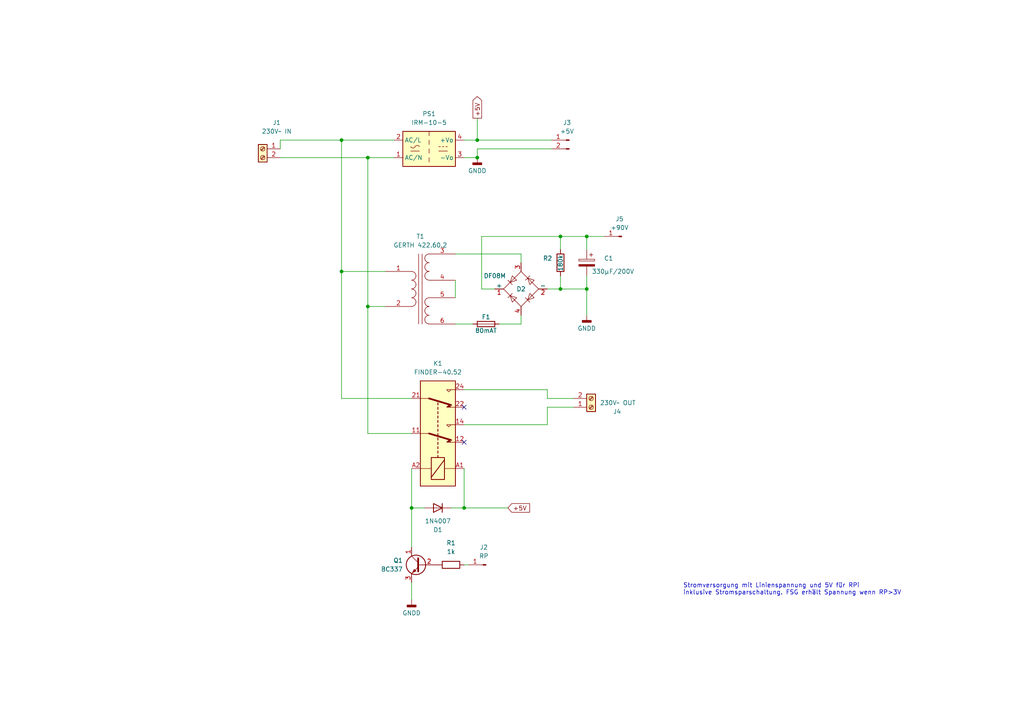
<source format=kicad_sch>
(kicad_sch (version 20231120) (generator "eeschema") (generator_version "8.0")
  (paper "A4")
  (lib_symbols
    (symbol "Connector:Conn_01x01_Pin" (pin_names (offset 1.016) hide)
      (property "Reference" "J" (at 0 2.54 0))
      (property "Value" "Conn_01x01_Pin" (at 0 -2.54 0))
      (symbol "Conn_01x01_Pin_1_1"
        (polyline (pts (xy 1.27 0) (xy 0.8636 0)) (stroke (width 0.1524)))
        (rectangle (start 0.8636 0.127) (end 0 -0.127) (stroke (width 0.1524)) (fill (type outline)))
        (pin passive line (at 5.08 0 180) (length 3.81) (name "Pin_1") (number "1"))
      )
    )
    (symbol "Connector:Conn_01x02_Pin" (pin_names (offset 1.016) hide)
      (property "Reference" "J" (at 0 2.54 0))
      (property "Value" "Conn_01x02_Pin" (at 0 -5.08 0))
      (symbol "Conn_01x02_Pin_1_1"
        (polyline (pts (xy 1.27 -2.54) (xy 0.8636 -2.54)) (stroke (width 0.1524)))
        (polyline (pts (xy 1.27 0) (xy 0.8636 0)) (stroke (width 0.1524)))
        (rectangle (start 0.8636 -2.413) (end 0 -2.667) (stroke (width 0.1524)) (fill (type outline)))
        (rectangle (start 0.8636 0.127) (end 0 -0.127) (stroke (width 0.1524)) (fill (type outline)))
        (pin passive line (at 5.08 0 180) (length 3.81) (name "Pin_1") (number "1"))
        (pin passive line (at 5.08 -2.54 180) (length 3.81) (name "Pin_2") (number "2"))
      )
    )
    (symbol "Connector:Screw_Terminal_01x02" (pin_names (offset 1.016) hide)
      (property "Reference" "J" (at 0 2.54 0))
      (property "Value" "Screw_Terminal_01x02" (at 0 -5.08 0))
      (symbol "Screw_Terminal_01x02_1_1"
        (rectangle (start -1.27 1.27) (end 1.27 -3.81) (stroke (width 0.254)) (fill (type background)))
        (circle (center 0 -2.54) (radius 0.635) (stroke (width 0.1524)))
        (polyline (pts (xy -0.5334 -2.2098) (xy 0.3302 -3.048)) (stroke (width 0.1524)))
        (polyline (pts (xy -0.5334 0.3302) (xy 0.3302 -0.508)) (stroke (width 0.1524)))
        (polyline (pts (xy -0.3556 -2.032) (xy 0.508 -2.8702)) (stroke (width 0.1524)))
        (polyline (pts (xy -0.3556 0.508) (xy 0.508 -0.3302)) (stroke (width 0.1524)))
        (circle (center 0 0) (radius 0.635) (stroke (width 0.1524)))
        (pin passive line (at -5.08 0 0) (length 3.81) (name "Pin_1") (number "1"))
        (pin passive line (at -5.08 -2.54 0) (length 3.81) (name "Pin_2") (number "2"))
      )
    )
    (symbol "Converter_ACDC:IRM-10-5"
      (property "Reference" "PS" (at 0 6.35 0))
      (property "Value" "IRM-10-5" (at 0 -6.35 0))
      (symbol "IRM-10-5_0_1"
        (rectangle (start -7.62 5.08) (end 7.62 -5.08) (stroke (width 0.254)) (fill (type background)))
        (arc (start -5.334 0.635) (mid -4.699 0.2495) (end -4.064 0.635))
        (arc (start -2.794 0.635) (mid -3.429 1.0072) (end -4.064 0.635))
        (polyline (pts (xy -5.334 -0.635) (xy -2.794 -0.635)))
        (polyline (pts (xy 0 -2.54) (xy 0 -3.81)))
        (polyline (pts (xy 0 0) (xy 0 -1.27)))
        (polyline (pts (xy 0 2.54) (xy 0 1.27)))
        (polyline (pts (xy 0 5.08) (xy 0 3.81)))
        (polyline (pts (xy 2.794 -0.635) (xy 5.334 -0.635)))
        (polyline (pts (xy 2.794 0.635) (xy 3.302 0.635)))
        (polyline (pts (xy 3.81 0.635) (xy 4.318 0.635)))
        (polyline (pts (xy 4.826 0.635) (xy 5.334 0.635)))
      )
      (symbol "IRM-10-5_1_1"
        (pin power_in line (at -10.16 -2.54 0) (length 2.54) (name "AC/N") (number "1"))
        (pin power_in line (at -10.16 2.54 0) (length 2.54) (name "AC/L") (number "2"))
        (pin power_out line (at 10.16 -2.54 180) (length 2.54) (name "-Vo") (number "3"))
        (pin power_out line (at 10.16 2.54 180) (length 2.54) (name "+Vo") (number "4"))
      )
    )
    (symbol "Device:C_Polarized" (pin_numbers hide) (pin_names (offset 0.254))
      (property "Reference" "C" (at 0.635 2.54 0))
      (property "Value" "C_Polarized" (at 0.635 -2.54 0))
      (symbol "C_Polarized_0_1"
        (rectangle (start -2.286 0.508) (end 2.286 1.016))
        (polyline (pts (xy -1.778 2.286) (xy -0.762 2.286)))
        (polyline (pts (xy -1.27 2.794) (xy -1.27 1.778)))
        (rectangle (start 2.286 -0.508) (end -2.286 -1.016) (fill (type outline)))
      )
      (symbol "C_Polarized_1_1"
        (pin passive line (at 0 3.81 270) (length 2.794) (name "~") (number "1"))
        (pin passive line (at 0 -3.81 90) (length 2.794) (name "~") (number "2"))
      )
    )
    (symbol "Device:Fuse" (pin_numbers hide) (pin_names (offset 0))
      (property "Reference" "F" (at 2.032 0 90))
      (property "Value" "Fuse" (at -1.905 0 90))
      (symbol "Fuse_0_1"
        (rectangle (start -0.762 -2.54) (end 0.762 2.54) (stroke (width 0.254)))
        (polyline (pts (xy 0 2.54) (xy 0 -2.54)))
      )
      (symbol "Fuse_1_1"
        (pin passive line (at 0 3.81 270) (length 1.27) (name "~") (number "1"))
        (pin passive line (at 0 -3.81 90) (length 1.27) (name "~") (number "2"))
      )
    )
    (symbol "Device:R" (pin_numbers hide) (pin_names (offset 0))
      (property "Reference" "R" (at 2.032 0 90))
      (property "Value" "R" (at 0 0 90))
      (symbol "R_0_1"
        (rectangle (start -1.016 -2.54) (end 1.016 2.54) (stroke (width 0.254)))
      )
      (symbol "R_1_1"
        (pin passive line (at 0 3.81 270) (length 1.27) (name "~") (number "1"))
        (pin passive line (at 0 -3.81 90) (length 1.27) (name "~") (number "2"))
      )
    )
    (symbol "Device:Transformer_1P_2S" (pin_names (offset 1.016) hide)
      (property "Reference" "T" (at 0 12.7 0))
      (property "Value" "Transformer_1P_2S" (at 0 -12.7 0))
      (symbol "Transformer_1P_2S_0_1"
        (arc (start -2.54 -5.0546) (mid -1.6599 -4.6901) (end -1.27 -3.81))
        (arc (start -2.54 -2.5146) (mid -1.6599 -2.1501) (end -1.27 -1.27))
        (arc (start -2.54 0.0254) (mid -1.6599 0.3899) (end -1.27 1.27))
        (arc (start -2.54 2.5654) (mid -1.6599 2.9299) (end -1.27 3.81))
        (arc (start -1.27 -3.81) (mid -1.642 -2.912) (end -2.54 -2.54))
        (arc (start -1.27 -1.27) (mid -1.642 -0.372) (end -2.54 0))
        (arc (start -1.27 1.27) (mid -1.642 2.168) (end -2.54 2.54))
        (arc (start -1.27 3.81) (mid -1.642 4.708) (end -2.54 5.08))
        (polyline (pts (xy -0.508 -10.16) (xy -0.508 10.16)))
        (polyline (pts (xy 0.508 10.16) (xy 0.508 -10.16)))
        (arc (start 1.2954 -8.89) (mid 1.6599 -9.7701) (end 2.54 -10.1346))
        (arc (start 1.2954 -6.35) (mid 1.6599 -7.2301) (end 2.54 -7.5946))
        (arc (start 1.2954 -3.81) (mid 1.6599 -4.6901) (end 2.54 -5.0546))
        (arc (start 1.2954 3.81) (mid 1.6599 2.9299) (end 2.54 2.5654))
        (arc (start 1.2954 6.35) (mid 1.6599 5.4699) (end 2.54 5.1054))
        (arc (start 1.2954 8.89) (mid 1.6599 8.0099) (end 2.54 7.6454))
        (arc (start 2.54 -7.62) (mid 1.642 -7.992) (end 1.2954 -8.89))
        (arc (start 2.54 -5.08) (mid 1.642 -5.452) (end 1.2954 -6.35))
        (arc (start 2.54 -2.54) (mid 1.642 -2.912) (end 1.2954 -3.81))
        (arc (start 2.54 5.08) (mid 1.642 4.708) (end 1.2954 3.81))
        (arc (start 2.54 7.62) (mid 1.642 7.248) (end 1.2954 6.35))
        (arc (start 2.54 10.16) (mid 1.642 9.788) (end 1.2954 8.89))
      )
      (symbol "Transformer_1P_2S_1_1"
        (pin passive line (at -10.16 5.08 0) (length 7.62) (name "AA") (number "1"))
        (pin passive line (at -10.16 -5.08 0) (length 7.62) (name "AB") (number "2"))
        (pin passive line (at 10.16 10.16 180) (length 7.62) (name "SA") (number "3"))
        (pin passive line (at 10.16 2.54 180) (length 7.62) (name "SB") (number "4"))
        (pin passive line (at 10.16 -2.54 180) (length 7.62) (name "SC") (number "5"))
        (pin passive line (at 10.16 -10.16 180) (length 7.62) (name "SD") (number "6"))
      )
    )
    (symbol "Diode:1N4007" (pin_numbers hide) (pin_names hide)
      (property "Reference" "D" (at 0 2.54 0))
      (property "Value" "1N4007" (at 0 -2.54 0))
      (symbol "1N4007_0_1"
        (polyline (pts (xy -1.27 1.27) (xy -1.27 -1.27)) (stroke (width 0.254)))
        (polyline (pts (xy 1.27 0) (xy -1.27 0)))
        (polyline (pts (xy 1.27 1.27) (xy 1.27 -1.27) (xy -1.27 0) (xy 1.27 1.27)) (stroke (width 0.254)))
      )
      (symbol "1N4007_1_1"
        (pin passive line (at -3.81 0 0) (length 2.54) (name "K") (number "1"))
        (pin passive line (at 3.81 0 180) (length 2.54) (name "A") (number "2"))
      )
    )
    (symbol "Diode_Bridge:DF08M" (pin_names (offset 0))
      (property "Reference" "D" (at 2.54 6.985 0))
      (property "Value" "DF08M" (at 2.54 5.08 0))
      (symbol "DF08M_0_1"
        (polyline (pts (xy -2.54 3.81) (xy -1.27 2.54)))
        (polyline (pts (xy -1.27 -2.54) (xy -2.54 -3.81)))
        (polyline (pts (xy 2.54 -1.27) (xy 3.81 -2.54)))
        (polyline (pts (xy 2.54 1.27) (xy 3.81 2.54)))
        (polyline (pts (xy -3.81 2.54) (xy -2.54 1.27) (xy -1.905 3.175) (xy -3.81 2.54)))
        (polyline (pts (xy -2.54 -1.27) (xy -3.81 -2.54) (xy -1.905 -3.175) (xy -2.54 -1.27)))
        (polyline (pts (xy 1.27 2.54) (xy 2.54 3.81) (xy 3.175 1.905) (xy 1.27 2.54)))
        (polyline (pts (xy 3.175 -1.905) (xy 1.27 -2.54) (xy 2.54 -3.81) (xy 3.175 -1.905)))
        (polyline (pts (xy -5.08 0) (xy 0 -5.08) (xy 5.08 0) (xy 0 5.08) (xy -5.08 0)))
      )
      (symbol "DF08M_1_1"
        (pin passive line (at 7.62 0 180) (length 2.54) (name "+") (number "1"))
        (pin passive line (at -7.62 0 0) (length 2.54) (name "-") (number "2"))
        (pin passive line (at 0 -7.62 90) (length 2.54) (name "~") (number "3"))
        (pin passive line (at 0 7.62 270) (length 2.54) (name "~") (number "4"))
      )
    )
    (symbol "Relay:FINDER-40.52"
      (property "Reference" "K" (at 16.51 3.81 0))
      (property "Value" "FINDER-40.52" (at 16.51 1.27 0))
      (symbol "FINDER-40.52_0_1"
        (rectangle (start -15.24 5.08) (end 15.24 -5.08) (stroke (width 0.254)) (fill (type background)))
        (rectangle (start -13.335 1.905) (end -6.985 -1.905) (stroke (width 0.254)))
        (polyline (pts (xy -12.7 -1.905) (xy -7.62 1.905)) (stroke (width 0.254)))
        (polyline (pts (xy -10.16 -5.08) (xy -10.16 -1.905)))
        (polyline (pts (xy -10.16 5.08) (xy -10.16 1.905)))
        (polyline (pts (xy -6.985 0) (xy -6.35 0)) (stroke (width 0.254)))
        (polyline (pts (xy -5.715 0) (xy -5.08 0)) (stroke (width 0.254)))
        (polyline (pts (xy -4.445 0) (xy -3.81 0)) (stroke (width 0.254)))
        (polyline (pts (xy -3.175 0) (xy -2.54 0)) (stroke (width 0.254)))
        (polyline (pts (xy -1.905 0) (xy -1.27 0)) (stroke (width 0.254)))
        (polyline (pts (xy -0.635 0) (xy 0 0)) (stroke (width 0.254)))
        (polyline (pts (xy 0 -2.54) (xy -1.905 3.81)) (stroke (width 0.508)))
        (polyline (pts (xy 0 -2.54) (xy 0 -5.08)))
        (polyline (pts (xy 0.635 0) (xy 1.27 0)) (stroke (width 0.254)))
        (polyline (pts (xy 1.905 0) (xy 2.54 0)) (stroke (width 0.254)))
        (polyline (pts (xy 3.175 0) (xy 3.81 0)) (stroke (width 0.254)))
        (polyline (pts (xy 4.445 0) (xy 5.08 0)) (stroke (width 0.254)))
        (polyline (pts (xy 5.715 0) (xy 6.35 0)) (stroke (width 0.254)))
        (polyline (pts (xy 6.985 0) (xy 7.62 0)) (stroke (width 0.254)))
        (polyline (pts (xy 8.255 0) (xy 8.89 0)) (stroke (width 0.254)))
        (polyline (pts (xy 10.16 -2.54) (xy 8.255 3.81)) (stroke (width 0.508)))
        (polyline (pts (xy 10.16 -2.54) (xy 10.16 -5.08)))
        (polyline (pts (xy -2.54 5.08) (xy -2.54 2.54) (xy -1.905 3.175) (xy -2.54 3.81)) (fill (type outline)))
        (polyline (pts (xy 2.54 5.08) (xy 2.54 2.54) (xy 1.905 3.175) (xy 2.54 3.81)))
        (polyline (pts (xy 7.62 5.08) (xy 7.62 2.54) (xy 8.255 3.175) (xy 7.62 3.81)) (fill (type outline)))
        (polyline (pts (xy 12.7 5.08) (xy 12.7 2.54) (xy 12.065 3.175) (xy 12.7 3.81)))
      )
      (symbol "FINDER-40.52_1_1"
        (pin passive line (at 0 -7.62 90) (length 2.54) (name "~") (number "11"))
        (pin passive line (at -2.54 7.62 270) (length 2.54) (name "~") (number "12"))
        (pin passive line (at 2.54 7.62 270) (length 2.54) (name "~") (number "14"))
        (pin passive line (at 10.16 -7.62 90) (length 2.54) (name "~") (number "21"))
        (pin passive line (at 7.62 7.62 270) (length 2.54) (name "~") (number "22"))
        (pin passive line (at 12.7 7.62 270) (length 2.54) (name "~") (number "24"))
        (pin passive line (at -10.16 7.62 270) (length 2.54) (name "~") (number "A1"))
        (pin passive line (at -10.16 -7.62 90) (length 2.54) (name "~") (number "A2"))
      )
    )
    (symbol "Transistor_BJT:BC337" (pin_names (offset 0) hide)
      (property "Reference" "Q" (at 5.08 1.905 0))
      (property "Value" "BC337" (at 5.08 0 0))
      (symbol "BC337_0_1"
        (polyline (pts (xy 0 0) (xy 0.635 0)))
        (polyline (pts (xy 0.635 0.635) (xy 2.54 2.54)))
        (polyline (pts (xy 0.635 -0.635) (xy 2.54 -2.54) (xy 2.54 -2.54)))
        (polyline (pts (xy 0.635 1.905) (xy 0.635 -1.905) (xy 0.635 -1.905)) (stroke (width 0.508)))
        (polyline (pts (xy 1.27 -1.778) (xy 1.778 -1.27) (xy 2.286 -2.286) (xy 1.27 -1.778) (xy 1.27 -1.778)) (fill (type outline)))
        (circle (center 1.27 0) (radius 2.8194) (stroke (width 0.254)))
      )
      (symbol "BC337_1_1"
        (pin passive line (at 2.54 5.08 270) (length 2.54) (name "C") (number "1"))
        (pin input line (at -5.08 0 0) (length 5.08) (name "B") (number "2"))
        (pin passive line (at 2.54 -5.08 90) (length 2.54) (name "E") (number "3"))
      )
    )
    (symbol "power:GNDD" (power) (pin_numbers hide) (pin_names (offset 0) hide)
      (property "Value" "GNDD" (at 0 -3.175 0))
      (symbol "GNDD_0_1"
        (rectangle (start -1.27 -1.524) (end 1.27 -2.032) (stroke (width 0.254)) (fill (type outline)))
        (polyline (pts (xy 0 0) (xy 0 -1.524)))
      )
      (symbol "GNDD_1_1"
        (pin power_in line (at 0 0 270) (length 0) (name "~") (number "1"))
      )
    )
  )
  (junction (at 106.68 45.72))
  (junction (at 162.56 68.58))
  (junction (at 170.18 83.82))
  (junction (at 99.06 40.64))
  (junction (at 170.18 68.58))
  (junction (at 99.06 78.74))
  (junction (at 138.43 45.72))
  (junction (at 138.43 40.64))
  (junction (at 119.38 147.32))
  (junction (at 162.56 83.82))
  (junction (at 106.68 88.9))
  (junction (at 134.62 147.32))
  (no_connect (at 134.62 128.27))
  (no_connect (at 134.62 118.11))
  (wire (pts (xy 151.13 73.66) (xy 151.13 76.2)))
  (wire (pts (xy 134.62 135.89) (xy 134.62 147.32)))
  (wire (pts (xy 158.75 118.11) (xy 166.37 118.11)))
  (wire (pts (xy 106.68 45.72) (xy 114.3 45.72)))
  (wire (pts (xy 144.78 93.98) (xy 151.13 93.98)))
  (wire (pts (xy 106.68 125.73) (xy 119.38 125.73)))
  (wire (pts (xy 106.68 88.9) (xy 111.76 88.9)))
  (wire (pts (xy 138.43 40.64) (xy 138.43 34.29)))
  (wire (pts (xy 119.38 168.91) (xy 119.38 173.99)))
  (wire (pts (xy 134.62 147.32) (xy 130.81 147.32)))
  (wire (pts (xy 162.56 80.01) (xy 162.56 83.82)))
  (wire (pts (xy 138.43 43.18) (xy 138.43 45.72)))
  (wire (pts (xy 170.18 68.58) (xy 175.26 68.58)))
  (wire (pts (xy 81.28 40.64) (xy 81.28 43.18)))
  (wire (pts (xy 132.08 81.28) (xy 132.08 86.36)))
  (wire (pts (xy 132.08 93.98) (xy 137.16 93.98)))
  (wire (pts (xy 170.18 68.58) (xy 170.18 72.39)))
  (wire (pts (xy 134.62 147.32) (xy 147.32 147.32)))
  (wire (pts (xy 106.68 45.72) (xy 106.68 88.9)))
  (wire (pts (xy 135.89 163.83) (xy 134.62 163.83)))
  (wire (pts (xy 81.28 40.64) (xy 99.06 40.64)))
  (wire (pts (xy 106.68 88.9) (xy 106.68 125.73)))
  (wire (pts (xy 170.18 91.44) (xy 170.18 83.82)))
  (wire (pts (xy 99.06 115.57) (xy 119.38 115.57)))
  (wire (pts (xy 162.56 83.82) (xy 158.75 83.82)))
  (wire (pts (xy 158.75 113.03) (xy 158.75 115.57)))
  (wire (pts (xy 99.06 40.64) (xy 114.3 40.64)))
  (wire (pts (xy 134.62 45.72) (xy 138.43 45.72)))
  (wire (pts (xy 132.08 73.66) (xy 151.13 73.66)))
  (wire (pts (xy 170.18 83.82) (xy 162.56 83.82)))
  (wire (pts (xy 134.62 40.64) (xy 138.43 40.64)))
  (wire (pts (xy 134.62 123.19) (xy 158.75 123.19)))
  (wire (pts (xy 81.28 45.72) (xy 106.68 45.72)))
  (wire (pts (xy 119.38 147.32) (xy 119.38 158.75)))
  (wire (pts (xy 139.7 83.82) (xy 143.51 83.82)))
  (wire (pts (xy 99.06 78.74) (xy 111.76 78.74)))
  (wire (pts (xy 99.06 40.64) (xy 99.06 78.74)))
  (wire (pts (xy 139.7 68.58) (xy 139.7 83.82)))
  (wire (pts (xy 139.7 68.58) (xy 162.56 68.58)))
  (wire (pts (xy 170.18 80.01) (xy 170.18 83.82)))
  (wire (pts (xy 166.37 115.57) (xy 158.75 115.57)))
  (wire (pts (xy 162.56 68.58) (xy 162.56 72.39)))
  (wire (pts (xy 158.75 118.11) (xy 158.75 123.19)))
  (wire (pts (xy 119.38 135.89) (xy 119.38 147.32)))
  (wire (pts (xy 119.38 147.32) (xy 123.19 147.32)))
  (wire (pts (xy 138.43 40.64) (xy 160.02 40.64)))
  (wire (pts (xy 162.56 68.58) (xy 170.18 68.58)))
  (wire (pts (xy 99.06 78.74) (xy 99.06 115.57)))
  (wire (pts (xy 134.62 113.03) (xy 158.75 113.03)))
  (wire (pts (xy 138.43 43.18) (xy 160.02 43.18)))
  (wire (pts (xy 151.13 93.98) (xy 151.13 91.44)))
  (text "Stromversorgung mit Linienspannung und 5V für RPi\ninklusive Stromsparschaltung. FSG erhält Spannung wenn RP>3V" (at 198.12 172.72 0) (effects (font (size 1.27 1.27)) (justify left bottom)))
  (global_label "+5V" (shape output) (at 138.43 34.29 90) (property "Intersheetrefs" "${INTERSHEET_REFS}" (effects (hide yes))))
  (global_label "+5V" (shape input) (at 147.32 147.32 0) (property "Intersheetrefs" "${INTERSHEET_REFS}" (effects (hide yes))))
  (symbol (lib_id "power:GNDD") (at 170.18 91.44 0) (unit 1)
    (property "Reference" "#PWR03" (effects (hide yes)))
    (property "Value" "GNDD" (at 170.18 95.25 0))
    (property "Description" "Power symbol creates a global label with name \"GNDD\" , digital ground" (effects (hide yes)))
  )
  (symbol (lib_id "Device:Transformer_1P_2S") (at 121.92 83.82 0) (unit 1)
    (property "Reference" "T1" (at 121.92 68.58 0))
    (property "Value" "GERTH 422.60.2" (at 121.92 71.12 0))
    (property "Footprint" "Library:Transformer_CHK_EI42-5VA_2xSec_6pin" (effects (hide yes)))
    (property "Description" "Transformer, single primary, dual secondary" (effects (hide yes)))
  )
  (symbol (lib_id "Device:R") (at 162.56 76.2 0) (unit 1)
    (property "Reference" "R2" (at 157.48 74.93 0) (effects (justify left)))
    (property "Value" "180k" (at 162.56 78.74 90) (effects (justify left)))
    (property "Footprint" "Resistor_THT:R_Axial_DIN0207_L6.3mm_D2.5mm_P10.16mm_Horizontal" (effects (hide yes)))
    (property "Description" "Resistor" (effects (hide yes)))
  )
  (symbol (lib_id "Device:C_Polarized") (at 170.18 76.2 0) (mirror y) (unit 1)
    (property "Reference" "C1" (at 176.53 74.93 0))
    (property "Value" "330µF/200V" (at 177.8 78.74 0))
    (property "Footprint" "Capacitor_THT:CP_Radial_D22.0mm_P10.00mm_SnapIn" (effects (hide yes)))
    (property "Description" "Polarized capacitor" (effects (hide yes)))
  )
  (symbol (lib_id "Connector:Conn_01x01_Pin") (at 180.34 68.58 0) (mirror y) (unit 1)
    (property "Reference" "J5" (at 179.705 63.5 0))
    (property "Value" "+90V" (at 179.705 66.04 0))
    (property "Footprint" "Connector_PinHeader_2.54mm:PinHeader_1x01_P2.54mm_Vertical" (effects (hide yes)))
    (property "Description" "Generic connector, single row, 01x01, script generated" (effects (hide yes)))
  )
  (symbol (lib_id "Connector:Screw_Terminal_01x02") (at 76.2 43.18 0) (mirror y) (unit 1)
    (property "Reference" "J1" (at 80.264 35.56 0))
    (property "Value" "230V~ IN" (at 80.264 38.1 0))
    (property "Footprint" "TerminalBlock_RND:TerminalBlock_RND_205-00067_1x02_P7.50mm_Horizontal" (effects (hide yes)))
    (property "Description" "Generic screw terminal, single row, 01x02, script generated (kicad-library-utils/schlib/autogen/connector/)" (effects (hide yes)))
  )
  (symbol (lib_id "Device:Fuse") (at 140.97 93.98 90) (unit 1)
    (property "Reference" "F1" (at 140.97 91.948 90))
    (property "Value" "80mAT" (at 140.97 95.885 90))
    (property "Footprint" "Fuse:Fuseholder_Clip-5x20mm_Eaton_1A5601-01_Inline_P20.80x6.76mm_D1.70mm_Horizontal" (effects (hide yes)))
    (property "Description" "Fuse" (effects (hide yes)))
  )
  (symbol (lib_id "Diode:1N4007") (at 127 147.32 180) (unit 1)
    (property "Reference" "D1" (at 127 153.67 0))
    (property "Value" "1N4007" (at 127 151.13 0))
    (property "Footprint" "Diode_THT:D_DO-41_SOD81_P7.62mm_Horizontal" (effects (hide yes)))
    (property "Datasheet" "http://www.vishay.com/docs/88503/1n4001.pdf" (effects (hide yes)))
    (property "Description" "1000V 1A General Purpose Rectifier Diode, DO-41" (effects (hide yes)))
    (property "Sim.Device" "D" (effects (hide yes)))
    (property "Sim.Pins" "1=K 2=A" (effects (hide yes)))
  )
  (symbol (lib_id "Relay:FINDER-40.52") (at 127 125.73 270) (mirror x) (unit 1)
    (property "Reference" "K1" (at 127 105.41 90))
    (property "Value" "FINDER-40.52" (at 127 107.95 90))
    (property "Footprint" "Relay_THT:Relay_DPDT_Finder_40.52" (effects (hide yes)))
    (property "Datasheet" "http://gfinder.findernet.com/assets/Series/353/S40EN.pdf" (effects (hide yes)))
    (property "Description" "FINDER 40.52, Dual Pole Relay, 5mm Pitch, 10A" (effects (hide yes)))
  )
  (symbol (lib_id "power:GNDD") (at 119.38 173.99 0) (unit 1)
    (property "Reference" "#PWR01" (effects (hide yes)))
    (property "Value" "GNDD" (at 119.38 177.8 0))
    (property "Description" "Power symbol creates a global label with name \"GNDD\" , digital ground" (effects (hide yes)))
  )
  (symbol (lib_id "Converter_ACDC:IRM-10-5") (at 124.46 43.18 0) (unit 1)
    (property "Reference" "PS1" (at 124.46 33.02 0))
    (property "Value" "IRM-10-5" (at 124.46 35.56 0))
    (property "Footprint" "Converter_ACDC:Converter_ACDC_MeanWell_IRM-10-xx_THT" (effects (hide yes)))
    (property "Datasheet" "https://www.meanwell.com/Upload/PDF/IRM-10/IRM-10-SPEC.PDF" (effects (hide yes)))
    (property "Description" "5V, 2A, 10W, Isolated, AC-DC, 222A(IRM10)" (effects (hide yes)))
  )
  (symbol (lib_id "Connector:Conn_01x02_Pin") (at 165.1 40.64 0) (mirror y) (unit 1)
    (property "Reference" "J3" (at 164.465 35.56 0))
    (property "Value" "+5V" (at 164.465 38.1 0))
    (property "Footprint" "Connector_Molex:Molex_KK-254_AE-6410-02A_1x02_P2.54mm_Vertical" (effects (hide yes)))
    (property "Description" "Generic connector, single row, 01x02, script generated" (effects (hide yes)))
  )
  (symbol (lib_id "Device:R") (at 130.81 163.83 270) (mirror x) (unit 1)
    (property "Reference" "R1" (at 130.81 157.48 90))
    (property "Value" "1k" (at 130.81 160.02 90))
    (property "Footprint" "Resistor_THT:R_Axial_DIN0207_L6.3mm_D2.5mm_P10.16mm_Horizontal" (effects (hide yes)))
    (property "Description" "Resistor" (effects (hide yes)))
  )
  (symbol (lib_id "Diode_Bridge:DF08M") (at 151.13 83.82 180) (unit 1)
    (property "Reference" "D2" (at 151.13 83.82 0))
    (property "Value" "DF08M" (at 143.51 80.01 0))
    (property "Footprint" "Diode_THT:Diode_Bridge_DIP-4_W7.62mm_P5.08mm" (effects (hide yes)))
    (property "Datasheet" "http://www.vishay.com/docs/88571/dfm.pdf" (effects (hide yes)))
    (property "Description" "Miniature Glass Passivated Single-Phase Bridge Rectifiers, 560V Vrms, 1.0A If, DIP-4" (effects (hide yes)))
  )
  (symbol (lib_id "Connector:Conn_01x01_Pin") (at 140.97 163.83 0) (mirror y) (unit 1)
    (property "Reference" "J2" (at 140.335 158.75 0))
    (property "Value" "RP" (at 140.335 161.29 0))
    (property "Footprint" "Connector_PinHeader_2.54mm:PinHeader_1x01_P2.54mm_Vertical" (effects (hide yes)))
    (property "Description" "Generic connector, single row, 01x01, script generated" (effects (hide yes)))
  )
  (symbol (lib_id "power:GNDD") (at 138.43 45.72 0) (unit 1)
    (property "Reference" "#PWR02" (effects (hide yes)))
    (property "Value" "GNDD" (at 138.43 49.53 0))
    (property "Description" "Power symbol creates a global label with name \"GNDD\" , digital ground" (effects (hide yes)))
  )
  (symbol (lib_id "Connector:Screw_Terminal_01x02") (at 171.45 118.11 0) (mirror x) (unit 1)
    (property "Reference" "J4" (at 177.8 119.38 0) (effects (justify left)))
    (property "Value" "230V~ OUT" (at 173.99 116.84 0) (effects (justify left)))
    (property "Footprint" "TerminalBlock_RND:TerminalBlock_RND_205-00067_1x02_P7.50mm_Horizontal" (effects (hide yes)))
    (property "Description" "Generic screw terminal, single row, 01x02, script generated (kicad-library-utils/schlib/autogen/connector/)" (effects (hide yes)))
  )
  (symbol (lib_id "Transistor_BJT:BC337") (at 121.92 163.83 0) (mirror y) (unit 1)
    (property "Reference" "Q1" (at 116.84 162.56 0) (effects (justify left)))
    (property "Value" "BC337" (at 116.84 165.1 0) (effects (justify left)))
    (property "Footprint" "Package_TO_SOT_THT:TO-92_Inline_Wide" (effects (hide yes)))
    (property "Datasheet" "https://diotec.com/tl_files/diotec/files/pdf/datasheets/bc337.pdf" (effects (hide yes)))
    (property "Description" "0.8A Ic, 45V Vce, NPN Transistor, TO-92" (effects (hide yes)))
  )
)
</source>
